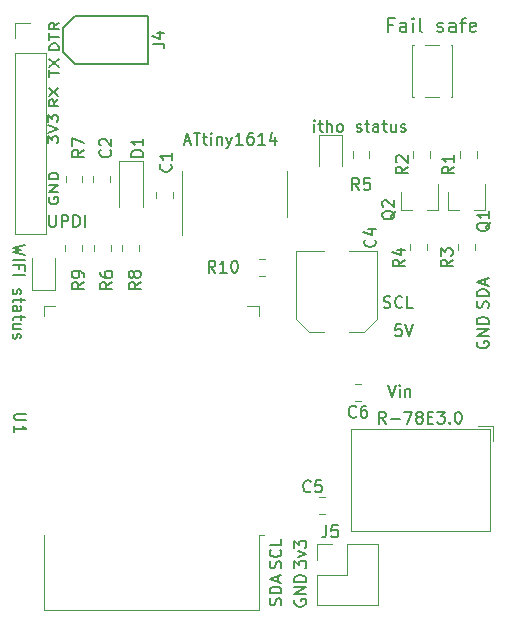
<source format=gto>
G04 #@! TF.GenerationSoftware,KiCad,Pcbnew,(5.1.9-0-10_14)*
G04 #@! TF.CreationDate,2021-04-14T10:29:31+02:00*
G04 #@! TF.ProjectId,ithowifi_4l,6974686f-7769-4666-995f-346c2e6b6963,rev?*
G04 #@! TF.SameCoordinates,Original*
G04 #@! TF.FileFunction,Legend,Top*
G04 #@! TF.FilePolarity,Positive*
%FSLAX46Y46*%
G04 Gerber Fmt 4.6, Leading zero omitted, Abs format (unit mm)*
G04 Created by KiCad (PCBNEW (5.1.9-0-10_14)) date 2021-04-14 10:29:31*
%MOMM*%
%LPD*%
G01*
G04 APERTURE LIST*
%ADD10C,0.150000*%
%ADD11C,0.120000*%
G04 APERTURE END LIST*
D10*
X117141523Y-132020380D02*
X116665333Y-132020380D01*
X116617714Y-132496571D01*
X116665333Y-132448952D01*
X116760571Y-132401333D01*
X116998666Y-132401333D01*
X117093904Y-132448952D01*
X117141523Y-132496571D01*
X117189142Y-132591809D01*
X117189142Y-132829904D01*
X117141523Y-132925142D01*
X117093904Y-132972761D01*
X116998666Y-133020380D01*
X116760571Y-133020380D01*
X116665333Y-132972761D01*
X116617714Y-132925142D01*
X117474857Y-132020380D02*
X117808190Y-133020380D01*
X118141523Y-132020380D01*
X108084380Y-152658476D02*
X108084380Y-152039428D01*
X108465333Y-152372761D01*
X108465333Y-152229904D01*
X108512952Y-152134666D01*
X108560571Y-152087047D01*
X108655809Y-152039428D01*
X108893904Y-152039428D01*
X108989142Y-152087047D01*
X109036761Y-152134666D01*
X109084380Y-152229904D01*
X109084380Y-152515619D01*
X109036761Y-152610857D01*
X108989142Y-152658476D01*
X108417714Y-151706095D02*
X109084380Y-151468000D01*
X108417714Y-151229904D01*
X108084380Y-150944190D02*
X108084380Y-150325142D01*
X108465333Y-150658476D01*
X108465333Y-150515619D01*
X108512952Y-150420380D01*
X108560571Y-150372761D01*
X108655809Y-150325142D01*
X108893904Y-150325142D01*
X108989142Y-150372761D01*
X109036761Y-150420380D01*
X109084380Y-150515619D01*
X109084380Y-150801333D01*
X109036761Y-150896571D01*
X108989142Y-150944190D01*
X108132000Y-155329904D02*
X108084380Y-155425142D01*
X108084380Y-155568000D01*
X108132000Y-155710857D01*
X108227238Y-155806095D01*
X108322476Y-155853714D01*
X108512952Y-155901333D01*
X108655809Y-155901333D01*
X108846285Y-155853714D01*
X108941523Y-155806095D01*
X109036761Y-155710857D01*
X109084380Y-155568000D01*
X109084380Y-155472761D01*
X109036761Y-155329904D01*
X108989142Y-155282285D01*
X108655809Y-155282285D01*
X108655809Y-155472761D01*
X109084380Y-154853714D02*
X108084380Y-154853714D01*
X109084380Y-154282285D01*
X108084380Y-154282285D01*
X109084380Y-153806095D02*
X108084380Y-153806095D01*
X108084380Y-153568000D01*
X108132000Y-153425142D01*
X108227238Y-153329904D01*
X108322476Y-153282285D01*
X108512952Y-153234666D01*
X108655809Y-153234666D01*
X108846285Y-153282285D01*
X108941523Y-153329904D01*
X109036761Y-153425142D01*
X109084380Y-153568000D01*
X109084380Y-153806095D01*
X106936761Y-155782285D02*
X106984380Y-155639428D01*
X106984380Y-155401333D01*
X106936761Y-155306095D01*
X106889142Y-155258476D01*
X106793904Y-155210857D01*
X106698666Y-155210857D01*
X106603428Y-155258476D01*
X106555809Y-155306095D01*
X106508190Y-155401333D01*
X106460571Y-155591809D01*
X106412952Y-155687047D01*
X106365333Y-155734666D01*
X106270095Y-155782285D01*
X106174857Y-155782285D01*
X106079619Y-155734666D01*
X106032000Y-155687047D01*
X105984380Y-155591809D01*
X105984380Y-155353714D01*
X106032000Y-155210857D01*
X106984380Y-154782285D02*
X105984380Y-154782285D01*
X105984380Y-154544190D01*
X106032000Y-154401333D01*
X106127238Y-154306095D01*
X106222476Y-154258476D01*
X106412952Y-154210857D01*
X106555809Y-154210857D01*
X106746285Y-154258476D01*
X106841523Y-154306095D01*
X106936761Y-154401333D01*
X106984380Y-154544190D01*
X106984380Y-154782285D01*
X106698666Y-153829904D02*
X106698666Y-153353714D01*
X106984380Y-153925142D02*
X105984380Y-153591809D01*
X106984380Y-153258476D01*
X106936761Y-152658476D02*
X106984380Y-152515619D01*
X106984380Y-152277523D01*
X106936761Y-152182285D01*
X106889142Y-152134666D01*
X106793904Y-152087047D01*
X106698666Y-152087047D01*
X106603428Y-152134666D01*
X106555809Y-152182285D01*
X106508190Y-152277523D01*
X106460571Y-152468000D01*
X106412952Y-152563238D01*
X106365333Y-152610857D01*
X106270095Y-152658476D01*
X106174857Y-152658476D01*
X106079619Y-152610857D01*
X106032000Y-152563238D01*
X105984380Y-152468000D01*
X105984380Y-152229904D01*
X106032000Y-152087047D01*
X106889142Y-151087047D02*
X106936761Y-151134666D01*
X106984380Y-151277523D01*
X106984380Y-151372761D01*
X106936761Y-151515619D01*
X106841523Y-151610857D01*
X106746285Y-151658476D01*
X106555809Y-151706095D01*
X106412952Y-151706095D01*
X106222476Y-151658476D01*
X106127238Y-151610857D01*
X106032000Y-151515619D01*
X105984380Y-151372761D01*
X105984380Y-151277523D01*
X106032000Y-151134666D01*
X106079619Y-151087047D01*
X106984380Y-150182285D02*
X106984380Y-150658476D01*
X105984380Y-150658476D01*
X87331600Y-121259504D02*
X87293504Y-121354742D01*
X87293504Y-121497600D01*
X87331600Y-121640457D01*
X87407790Y-121735695D01*
X87483980Y-121783314D01*
X87636361Y-121830933D01*
X87750647Y-121830933D01*
X87903028Y-121783314D01*
X87979219Y-121735695D01*
X88055409Y-121640457D01*
X88093504Y-121497600D01*
X88093504Y-121402361D01*
X88055409Y-121259504D01*
X88017314Y-121211885D01*
X87750647Y-121211885D01*
X87750647Y-121402361D01*
X88093504Y-120783314D02*
X87293504Y-120783314D01*
X88093504Y-120211885D01*
X87293504Y-120211885D01*
X88093504Y-119735695D02*
X87293504Y-119735695D01*
X87293504Y-119497600D01*
X87331600Y-119354742D01*
X87407790Y-119259504D01*
X87483980Y-119211885D01*
X87636361Y-119164266D01*
X87750647Y-119164266D01*
X87903028Y-119211885D01*
X87979219Y-119259504D01*
X88055409Y-119354742D01*
X88093504Y-119497600D01*
X88093504Y-119735695D01*
X87268104Y-116681095D02*
X87268104Y-116062047D01*
X87572866Y-116395380D01*
X87572866Y-116252523D01*
X87610961Y-116157285D01*
X87649057Y-116109666D01*
X87725247Y-116062047D01*
X87915723Y-116062047D01*
X87991914Y-116109666D01*
X88030009Y-116157285D01*
X88068104Y-116252523D01*
X88068104Y-116538238D01*
X88030009Y-116633476D01*
X87991914Y-116681095D01*
X87268104Y-115776333D02*
X88068104Y-115443000D01*
X87268104Y-115109666D01*
X87268104Y-114871571D02*
X87268104Y-114252523D01*
X87572866Y-114585857D01*
X87572866Y-114443000D01*
X87610961Y-114347761D01*
X87649057Y-114300142D01*
X87725247Y-114252523D01*
X87915723Y-114252523D01*
X87991914Y-114300142D01*
X88030009Y-114347761D01*
X88068104Y-114443000D01*
X88068104Y-114728714D01*
X88030009Y-114823952D01*
X87991914Y-114871571D01*
X87325390Y-122769380D02*
X87325390Y-123578904D01*
X87373009Y-123674142D01*
X87420628Y-123721761D01*
X87515866Y-123769380D01*
X87706342Y-123769380D01*
X87801580Y-123721761D01*
X87849200Y-123674142D01*
X87896819Y-123578904D01*
X87896819Y-122769380D01*
X88373009Y-123769380D02*
X88373009Y-122769380D01*
X88753961Y-122769380D01*
X88849200Y-122817000D01*
X88896819Y-122864619D01*
X88944438Y-122959857D01*
X88944438Y-123102714D01*
X88896819Y-123197952D01*
X88849200Y-123245571D01*
X88753961Y-123293190D01*
X88373009Y-123293190D01*
X89373009Y-123769380D02*
X89373009Y-122769380D01*
X89611104Y-122769380D01*
X89753961Y-122817000D01*
X89849200Y-122912238D01*
X89896819Y-123007476D01*
X89944438Y-123197952D01*
X89944438Y-123340809D01*
X89896819Y-123531285D01*
X89849200Y-123626523D01*
X89753961Y-123721761D01*
X89611104Y-123769380D01*
X89373009Y-123769380D01*
X90373009Y-123769380D02*
X90373009Y-122769380D01*
X88093504Y-112968066D02*
X87712552Y-113301400D01*
X88093504Y-113539495D02*
X87293504Y-113539495D01*
X87293504Y-113158542D01*
X87331600Y-113063304D01*
X87369695Y-113015685D01*
X87445885Y-112968066D01*
X87560171Y-112968066D01*
X87636361Y-113015685D01*
X87674457Y-113063304D01*
X87712552Y-113158542D01*
X87712552Y-113539495D01*
X87293504Y-112634733D02*
X88093504Y-111968066D01*
X87293504Y-111968066D02*
X88093504Y-112634733D01*
X87318904Y-111048704D02*
X87318904Y-110477276D01*
X88118904Y-110762990D02*
X87318904Y-110762990D01*
X87318904Y-110239180D02*
X88118904Y-109572514D01*
X87318904Y-109572514D02*
X88118904Y-110239180D01*
X88144304Y-108788057D02*
X87344304Y-108788057D01*
X87344304Y-108549961D01*
X87382400Y-108407104D01*
X87458590Y-108311866D01*
X87534780Y-108264247D01*
X87687161Y-108216628D01*
X87801447Y-108216628D01*
X87953828Y-108264247D01*
X88030019Y-108311866D01*
X88106209Y-108407104D01*
X88144304Y-108549961D01*
X88144304Y-108788057D01*
X87344304Y-107930914D02*
X87344304Y-107359485D01*
X88144304Y-107645200D02*
X87344304Y-107645200D01*
X88144304Y-106454723D02*
X87763352Y-106788057D01*
X88144304Y-107026152D02*
X87344304Y-107026152D01*
X87344304Y-106645200D01*
X87382400Y-106549961D01*
X87420495Y-106502342D01*
X87496685Y-106454723D01*
X87610971Y-106454723D01*
X87687161Y-106502342D01*
X87725257Y-106549961D01*
X87763352Y-106645200D01*
X87763352Y-107026152D01*
X116008190Y-137120380D02*
X116341523Y-138120380D01*
X116674857Y-137120380D01*
X117008190Y-138120380D02*
X117008190Y-137453714D01*
X117008190Y-137120380D02*
X116960571Y-137168000D01*
X117008190Y-137215619D01*
X117055809Y-137168000D01*
X117008190Y-137120380D01*
X117008190Y-137215619D01*
X117484380Y-137453714D02*
X117484380Y-138120380D01*
X117484380Y-137548952D02*
X117532000Y-137501333D01*
X117627238Y-137453714D01*
X117770095Y-137453714D01*
X117865333Y-137501333D01*
X117912952Y-137596571D01*
X117912952Y-138120380D01*
X123579000Y-133476904D02*
X123531380Y-133572142D01*
X123531380Y-133715000D01*
X123579000Y-133857857D01*
X123674238Y-133953095D01*
X123769476Y-134000714D01*
X123959952Y-134048333D01*
X124102809Y-134048333D01*
X124293285Y-134000714D01*
X124388523Y-133953095D01*
X124483761Y-133857857D01*
X124531380Y-133715000D01*
X124531380Y-133619761D01*
X124483761Y-133476904D01*
X124436142Y-133429285D01*
X124102809Y-133429285D01*
X124102809Y-133619761D01*
X124531380Y-133000714D02*
X123531380Y-133000714D01*
X124531380Y-132429285D01*
X123531380Y-132429285D01*
X124531380Y-131953095D02*
X123531380Y-131953095D01*
X123531380Y-131715000D01*
X123579000Y-131572142D01*
X123674238Y-131476904D01*
X123769476Y-131429285D01*
X123959952Y-131381666D01*
X124102809Y-131381666D01*
X124293285Y-131429285D01*
X124388523Y-131476904D01*
X124483761Y-131572142D01*
X124531380Y-131715000D01*
X124531380Y-131953095D01*
X115649523Y-130579761D02*
X115792380Y-130627380D01*
X116030476Y-130627380D01*
X116125714Y-130579761D01*
X116173333Y-130532142D01*
X116220952Y-130436904D01*
X116220952Y-130341666D01*
X116173333Y-130246428D01*
X116125714Y-130198809D01*
X116030476Y-130151190D01*
X115840000Y-130103571D01*
X115744761Y-130055952D01*
X115697142Y-130008333D01*
X115649523Y-129913095D01*
X115649523Y-129817857D01*
X115697142Y-129722619D01*
X115744761Y-129675000D01*
X115840000Y-129627380D01*
X116078095Y-129627380D01*
X116220952Y-129675000D01*
X117220952Y-130532142D02*
X117173333Y-130579761D01*
X117030476Y-130627380D01*
X116935238Y-130627380D01*
X116792380Y-130579761D01*
X116697142Y-130484523D01*
X116649523Y-130389285D01*
X116601904Y-130198809D01*
X116601904Y-130055952D01*
X116649523Y-129865476D01*
X116697142Y-129770238D01*
X116792380Y-129675000D01*
X116935238Y-129627380D01*
X117030476Y-129627380D01*
X117173333Y-129675000D01*
X117220952Y-129722619D01*
X118125714Y-130627380D02*
X117649523Y-130627380D01*
X117649523Y-129627380D01*
X124483761Y-130627285D02*
X124531380Y-130484428D01*
X124531380Y-130246333D01*
X124483761Y-130151095D01*
X124436142Y-130103476D01*
X124340904Y-130055857D01*
X124245666Y-130055857D01*
X124150428Y-130103476D01*
X124102809Y-130151095D01*
X124055190Y-130246333D01*
X124007571Y-130436809D01*
X123959952Y-130532047D01*
X123912333Y-130579666D01*
X123817095Y-130627285D01*
X123721857Y-130627285D01*
X123626619Y-130579666D01*
X123579000Y-130532047D01*
X123531380Y-130436809D01*
X123531380Y-130198714D01*
X123579000Y-130055857D01*
X124531380Y-129627285D02*
X123531380Y-129627285D01*
X123531380Y-129389190D01*
X123579000Y-129246333D01*
X123674238Y-129151095D01*
X123769476Y-129103476D01*
X123959952Y-129055857D01*
X124102809Y-129055857D01*
X124293285Y-129103476D01*
X124388523Y-129151095D01*
X124483761Y-129246333D01*
X124531380Y-129389190D01*
X124531380Y-129627285D01*
X124245666Y-128674904D02*
X124245666Y-128198714D01*
X124531380Y-128770142D02*
X123531380Y-128436809D01*
X124531380Y-128103476D01*
D11*
X113743252Y-138503000D02*
X113220748Y-138503000D01*
X113743252Y-137033000D02*
X113220748Y-137033000D01*
X118177000Y-108343000D02*
X118057000Y-108343000D01*
X120327000Y-108343000D02*
X119187000Y-108343000D01*
X121457000Y-108343000D02*
X121337000Y-108343000D01*
X121457000Y-112743000D02*
X121457000Y-108343000D01*
X121337000Y-112743000D02*
X121457000Y-112743000D01*
X119187000Y-112743000D02*
X120327000Y-112743000D01*
X118057000Y-112743000D02*
X118177000Y-112743000D01*
X118057000Y-108343000D02*
X118057000Y-112743000D01*
X115042000Y-125820500D02*
X112692000Y-125820500D01*
X108222000Y-125820500D02*
X110572000Y-125820500D01*
X108222000Y-131576063D02*
X108222000Y-125820500D01*
X115042000Y-131576063D02*
X115042000Y-125820500D01*
X113977563Y-132640500D02*
X112692000Y-132640500D01*
X109286437Y-132640500D02*
X110572000Y-132640500D01*
X109286437Y-132640500D02*
X108222000Y-131576063D01*
X113977563Y-132640500D02*
X115042000Y-131576063D01*
X109962000Y-155798000D02*
X115162000Y-155798000D01*
X109962000Y-153198000D02*
X109962000Y-155798000D01*
X115162000Y-150598000D02*
X115162000Y-155798000D01*
X109962000Y-153198000D02*
X112562000Y-153198000D01*
X112562000Y-153198000D02*
X112562000Y-150598000D01*
X112562000Y-150598000D02*
X115162000Y-150598000D01*
X109962000Y-151928000D02*
X109962000Y-150598000D01*
X109962000Y-150598000D02*
X111292000Y-150598000D01*
X98597600Y-120966000D02*
X98597600Y-124416000D01*
X98597600Y-120966000D02*
X98597600Y-119016000D01*
X107467600Y-120966000D02*
X107467600Y-122916000D01*
X107467600Y-120966000D02*
X107467600Y-119016000D01*
D10*
X89496000Y-109933400D02*
X95719000Y-109933400D01*
X88480000Y-108917400D02*
X89496000Y-109933400D01*
X88480000Y-106885400D02*
X88480000Y-108917400D01*
X89496000Y-105869400D02*
X88480000Y-106885400D01*
X95719000Y-105869400D02*
X89496000Y-105869400D01*
X95719000Y-109933400D02*
X95719000Y-105869400D01*
D11*
X105097600Y-131260400D02*
X105097600Y-130480400D01*
X105097600Y-130480400D02*
X104097600Y-130480400D01*
X86857600Y-131260400D02*
X86857600Y-130480400D01*
X86857600Y-130480400D02*
X87857600Y-130480400D01*
X105097600Y-156225400D02*
X86857600Y-156225400D01*
X86857600Y-156225400D02*
X86857600Y-149805400D01*
X105097600Y-156225400D02*
X105097600Y-149805400D01*
X105097600Y-149805400D02*
X105477600Y-149805400D01*
X105110922Y-126458000D02*
X105628078Y-126458000D01*
X105110922Y-127878000D02*
X105628078Y-127878000D01*
X85908000Y-126404100D02*
X85908000Y-129089100D01*
X85908000Y-129089100D02*
X87828000Y-129089100D01*
X87828000Y-129089100D02*
X87828000Y-126404100D01*
X90118000Y-125265922D02*
X90118000Y-125783078D01*
X88698000Y-125265922D02*
X88698000Y-125783078D01*
X93524000Y-125783078D02*
X93524000Y-125265922D01*
X94944000Y-125783078D02*
X94944000Y-125265922D01*
X88722000Y-119989078D02*
X88722000Y-119471922D01*
X90142000Y-119989078D02*
X90142000Y-119471922D01*
X84395000Y-124367600D02*
X87055000Y-124367600D01*
X84395000Y-109067600D02*
X84395000Y-124367600D01*
X87055000Y-109067600D02*
X87055000Y-124367600D01*
X84395000Y-109067600D02*
X87055000Y-109067600D01*
X84395000Y-107797600D02*
X84395000Y-106467600D01*
X84395000Y-106467600D02*
X85725000Y-106467600D01*
X95232000Y-118168000D02*
X93232000Y-118168000D01*
X93232000Y-118168000D02*
X93232000Y-122068000D01*
X95232000Y-118168000D02*
X95232000Y-122068000D01*
X110178322Y-146660800D02*
X110695478Y-146660800D01*
X110178322Y-148080800D02*
X110695478Y-148080800D01*
X91022000Y-119964078D02*
X91022000Y-119446922D01*
X92442000Y-119964078D02*
X92442000Y-119446922D01*
X112092000Y-118630500D02*
X112092000Y-115945500D01*
X112092000Y-115945500D02*
X110172000Y-115945500D01*
X110172000Y-115945500D02*
X110172000Y-118630500D01*
X92531000Y-125783078D02*
X92531000Y-125265922D01*
X91111000Y-125783078D02*
X91111000Y-125265922D01*
X114442000Y-117371922D02*
X114442000Y-117889078D01*
X113022000Y-117371922D02*
X113022000Y-117889078D01*
X119328000Y-125202422D02*
X119328000Y-125719578D01*
X117908000Y-125202422D02*
X117908000Y-125719578D01*
X123392000Y-125202422D02*
X123392000Y-125719578D01*
X121972000Y-125202422D02*
X121972000Y-125719578D01*
X119582000Y-117365822D02*
X119582000Y-117882978D01*
X118162000Y-117365822D02*
X118162000Y-117882978D01*
X122149800Y-117882978D02*
X122149800Y-117365822D01*
X123569800Y-117882978D02*
X123569800Y-117365822D01*
X97824400Y-121312678D02*
X97824400Y-120795522D01*
X96404400Y-121312678D02*
X96404400Y-120795522D01*
X117078600Y-122299000D02*
X118008600Y-122299000D01*
X120238600Y-122299000D02*
X119308600Y-122299000D01*
X120238600Y-122299000D02*
X120238600Y-120139000D01*
X117078600Y-122299000D02*
X117078600Y-120839000D01*
X121076600Y-122299000D02*
X122006600Y-122299000D01*
X124236600Y-122299000D02*
X123306600Y-122299000D01*
X124236600Y-122299000D02*
X124236600Y-120139000D01*
X121076600Y-122299000D02*
X121076600Y-120839000D01*
X124630600Y-149511200D02*
X112909600Y-149511200D01*
X124630600Y-140891200D02*
X112909600Y-140891200D01*
X124630600Y-149511200D02*
X124630600Y-140891200D01*
X112909600Y-149511200D02*
X112909600Y-140891200D01*
X124870600Y-141891200D02*
X124870600Y-140651200D01*
X124870600Y-140651200D02*
X123630600Y-140651200D01*
D10*
X113315333Y-139805142D02*
X113267714Y-139852761D01*
X113124857Y-139900380D01*
X113029619Y-139900380D01*
X112886761Y-139852761D01*
X112791523Y-139757523D01*
X112743904Y-139662285D01*
X112696285Y-139471809D01*
X112696285Y-139328952D01*
X112743904Y-139138476D01*
X112791523Y-139043238D01*
X112886761Y-138948000D01*
X113029619Y-138900380D01*
X113124857Y-138900380D01*
X113267714Y-138948000D01*
X113315333Y-138995619D01*
X114172476Y-138900380D02*
X113982000Y-138900380D01*
X113886761Y-138948000D01*
X113839142Y-138995619D01*
X113743904Y-139138476D01*
X113696285Y-139328952D01*
X113696285Y-139709904D01*
X113743904Y-139805142D01*
X113791523Y-139852761D01*
X113886761Y-139900380D01*
X114077238Y-139900380D01*
X114172476Y-139852761D01*
X114220095Y-139805142D01*
X114267714Y-139709904D01*
X114267714Y-139471809D01*
X114220095Y-139376571D01*
X114172476Y-139328952D01*
X114077238Y-139281333D01*
X113886761Y-139281333D01*
X113791523Y-139328952D01*
X113743904Y-139376571D01*
X113696285Y-139471809D01*
X116417714Y-106632285D02*
X116017714Y-106632285D01*
X116017714Y-107260857D02*
X116017714Y-106060857D01*
X116589142Y-106060857D01*
X117560571Y-107260857D02*
X117560571Y-106632285D01*
X117503428Y-106518000D01*
X117389142Y-106460857D01*
X117160571Y-106460857D01*
X117046285Y-106518000D01*
X117560571Y-107203714D02*
X117446285Y-107260857D01*
X117160571Y-107260857D01*
X117046285Y-107203714D01*
X116989142Y-107089428D01*
X116989142Y-106975142D01*
X117046285Y-106860857D01*
X117160571Y-106803714D01*
X117446285Y-106803714D01*
X117560571Y-106746571D01*
X118132000Y-107260857D02*
X118132000Y-106460857D01*
X118132000Y-106060857D02*
X118074857Y-106118000D01*
X118132000Y-106175142D01*
X118189142Y-106118000D01*
X118132000Y-106060857D01*
X118132000Y-106175142D01*
X118874857Y-107260857D02*
X118760571Y-107203714D01*
X118703428Y-107089428D01*
X118703428Y-106060857D01*
X120189142Y-107203714D02*
X120303428Y-107260857D01*
X120532000Y-107260857D01*
X120646285Y-107203714D01*
X120703428Y-107089428D01*
X120703428Y-107032285D01*
X120646285Y-106918000D01*
X120532000Y-106860857D01*
X120360571Y-106860857D01*
X120246285Y-106803714D01*
X120189142Y-106689428D01*
X120189142Y-106632285D01*
X120246285Y-106518000D01*
X120360571Y-106460857D01*
X120532000Y-106460857D01*
X120646285Y-106518000D01*
X121732000Y-107260857D02*
X121732000Y-106632285D01*
X121674857Y-106518000D01*
X121560571Y-106460857D01*
X121332000Y-106460857D01*
X121217714Y-106518000D01*
X121732000Y-107203714D02*
X121617714Y-107260857D01*
X121332000Y-107260857D01*
X121217714Y-107203714D01*
X121160571Y-107089428D01*
X121160571Y-106975142D01*
X121217714Y-106860857D01*
X121332000Y-106803714D01*
X121617714Y-106803714D01*
X121732000Y-106746571D01*
X122132000Y-106460857D02*
X122589142Y-106460857D01*
X122303428Y-107260857D02*
X122303428Y-106232285D01*
X122360571Y-106118000D01*
X122474857Y-106060857D01*
X122589142Y-106060857D01*
X123446285Y-107203714D02*
X123332000Y-107260857D01*
X123103428Y-107260857D01*
X122989142Y-107203714D01*
X122932000Y-107089428D01*
X122932000Y-106632285D01*
X122989142Y-106518000D01*
X123103428Y-106460857D01*
X123332000Y-106460857D01*
X123446285Y-106518000D01*
X123503428Y-106632285D01*
X123503428Y-106746571D01*
X122932000Y-106860857D01*
X114889142Y-124834666D02*
X114936761Y-124882285D01*
X114984380Y-125025142D01*
X114984380Y-125120380D01*
X114936761Y-125263238D01*
X114841523Y-125358476D01*
X114746285Y-125406095D01*
X114555809Y-125453714D01*
X114412952Y-125453714D01*
X114222476Y-125406095D01*
X114127238Y-125358476D01*
X114032000Y-125263238D01*
X113984380Y-125120380D01*
X113984380Y-125025142D01*
X114032000Y-124882285D01*
X114079619Y-124834666D01*
X114317714Y-123977523D02*
X114984380Y-123977523D01*
X113936761Y-124215619D02*
X114651047Y-124453714D01*
X114651047Y-123834666D01*
X110798666Y-149020380D02*
X110798666Y-149734666D01*
X110751047Y-149877523D01*
X110655809Y-149972761D01*
X110512952Y-150020380D01*
X110417714Y-150020380D01*
X111751047Y-149020380D02*
X111274857Y-149020380D01*
X111227238Y-149496571D01*
X111274857Y-149448952D01*
X111370095Y-149401333D01*
X111608190Y-149401333D01*
X111703428Y-149448952D01*
X111751047Y-149496571D01*
X111798666Y-149591809D01*
X111798666Y-149829904D01*
X111751047Y-149925142D01*
X111703428Y-149972761D01*
X111608190Y-150020380D01*
X111370095Y-150020380D01*
X111274857Y-149972761D01*
X111227238Y-149925142D01*
X98796047Y-116498666D02*
X99272238Y-116498666D01*
X98700809Y-116784380D02*
X99034142Y-115784380D01*
X99367476Y-116784380D01*
X99557952Y-115784380D02*
X100129380Y-115784380D01*
X99843666Y-116784380D02*
X99843666Y-115784380D01*
X100319857Y-116117714D02*
X100700809Y-116117714D01*
X100462714Y-115784380D02*
X100462714Y-116641523D01*
X100510333Y-116736761D01*
X100605571Y-116784380D01*
X100700809Y-116784380D01*
X101034142Y-116784380D02*
X101034142Y-116117714D01*
X101034142Y-115784380D02*
X100986523Y-115832000D01*
X101034142Y-115879619D01*
X101081761Y-115832000D01*
X101034142Y-115784380D01*
X101034142Y-115879619D01*
X101510333Y-116117714D02*
X101510333Y-116784380D01*
X101510333Y-116212952D02*
X101557952Y-116165333D01*
X101653190Y-116117714D01*
X101796047Y-116117714D01*
X101891285Y-116165333D01*
X101938904Y-116260571D01*
X101938904Y-116784380D01*
X102319857Y-116117714D02*
X102557952Y-116784380D01*
X102796047Y-116117714D02*
X102557952Y-116784380D01*
X102462714Y-117022476D01*
X102415095Y-117070095D01*
X102319857Y-117117714D01*
X103700809Y-116784380D02*
X103129380Y-116784380D01*
X103415095Y-116784380D02*
X103415095Y-115784380D01*
X103319857Y-115927238D01*
X103224619Y-116022476D01*
X103129380Y-116070095D01*
X104557952Y-115784380D02*
X104367476Y-115784380D01*
X104272238Y-115832000D01*
X104224619Y-115879619D01*
X104129380Y-116022476D01*
X104081761Y-116212952D01*
X104081761Y-116593904D01*
X104129380Y-116689142D01*
X104177000Y-116736761D01*
X104272238Y-116784380D01*
X104462714Y-116784380D01*
X104557952Y-116736761D01*
X104605571Y-116689142D01*
X104653190Y-116593904D01*
X104653190Y-116355809D01*
X104605571Y-116260571D01*
X104557952Y-116212952D01*
X104462714Y-116165333D01*
X104272238Y-116165333D01*
X104177000Y-116212952D01*
X104129380Y-116260571D01*
X104081761Y-116355809D01*
X105605571Y-116784380D02*
X105034142Y-116784380D01*
X105319857Y-116784380D02*
X105319857Y-115784380D01*
X105224619Y-115927238D01*
X105129380Y-116022476D01*
X105034142Y-116070095D01*
X106462714Y-116117714D02*
X106462714Y-116784380D01*
X106224619Y-115736761D02*
X105986523Y-116451047D01*
X106605571Y-116451047D01*
X96084380Y-108247433D02*
X96798666Y-108247433D01*
X96941523Y-108295052D01*
X97036761Y-108390290D01*
X97084380Y-108533147D01*
X97084380Y-108628385D01*
X96417714Y-107342671D02*
X97084380Y-107342671D01*
X96036761Y-107580766D02*
X96751047Y-107818861D01*
X96751047Y-107199814D01*
X85383619Y-139573095D02*
X84574095Y-139573095D01*
X84478857Y-139620714D01*
X84431238Y-139668333D01*
X84383619Y-139763571D01*
X84383619Y-139954047D01*
X84431238Y-140049285D01*
X84478857Y-140096904D01*
X84574095Y-140144523D01*
X85383619Y-140144523D01*
X84383619Y-141144523D02*
X84383619Y-140573095D01*
X84383619Y-140858809D02*
X85383619Y-140858809D01*
X85240761Y-140763571D01*
X85145523Y-140668333D01*
X85097904Y-140573095D01*
X101389142Y-127620380D02*
X101055809Y-127144190D01*
X100817714Y-127620380D02*
X100817714Y-126620380D01*
X101198666Y-126620380D01*
X101293904Y-126668000D01*
X101341523Y-126715619D01*
X101389142Y-126810857D01*
X101389142Y-126953714D01*
X101341523Y-127048952D01*
X101293904Y-127096571D01*
X101198666Y-127144190D01*
X100817714Y-127144190D01*
X102341523Y-127620380D02*
X101770095Y-127620380D01*
X102055809Y-127620380D02*
X102055809Y-126620380D01*
X101960571Y-126763238D01*
X101865333Y-126858476D01*
X101770095Y-126906095D01*
X102960571Y-126620380D02*
X103055809Y-126620380D01*
X103151047Y-126668000D01*
X103198666Y-126715619D01*
X103246285Y-126810857D01*
X103293904Y-127001333D01*
X103293904Y-127239428D01*
X103246285Y-127429904D01*
X103198666Y-127525142D01*
X103151047Y-127572761D01*
X103055809Y-127620380D01*
X102960571Y-127620380D01*
X102865333Y-127572761D01*
X102817714Y-127525142D01*
X102770095Y-127429904D01*
X102722476Y-127239428D01*
X102722476Y-127001333D01*
X102770095Y-126810857D01*
X102817714Y-126715619D01*
X102865333Y-126668000D01*
X102960571Y-126620380D01*
X85256619Y-125286000D02*
X84256619Y-125524095D01*
X84970904Y-125714571D01*
X84256619Y-125905047D01*
X85256619Y-126143142D01*
X84256619Y-126524095D02*
X85256619Y-126524095D01*
X84780428Y-127333619D02*
X84780428Y-127000285D01*
X84256619Y-127000285D02*
X85256619Y-127000285D01*
X85256619Y-127476476D01*
X84256619Y-127857428D02*
X85256619Y-127857428D01*
X84304238Y-129047904D02*
X84256619Y-129143142D01*
X84256619Y-129333619D01*
X84304238Y-129428857D01*
X84399476Y-129476476D01*
X84447095Y-129476476D01*
X84542333Y-129428857D01*
X84589952Y-129333619D01*
X84589952Y-129190761D01*
X84637571Y-129095523D01*
X84732809Y-129047904D01*
X84780428Y-129047904D01*
X84875666Y-129095523D01*
X84923285Y-129190761D01*
X84923285Y-129333619D01*
X84875666Y-129428857D01*
X84923285Y-129762190D02*
X84923285Y-130143142D01*
X85256619Y-129905047D02*
X84399476Y-129905047D01*
X84304238Y-129952666D01*
X84256619Y-130047904D01*
X84256619Y-130143142D01*
X84256619Y-130905047D02*
X84780428Y-130905047D01*
X84875666Y-130857428D01*
X84923285Y-130762190D01*
X84923285Y-130571714D01*
X84875666Y-130476476D01*
X84304238Y-130905047D02*
X84256619Y-130809809D01*
X84256619Y-130571714D01*
X84304238Y-130476476D01*
X84399476Y-130428857D01*
X84494714Y-130428857D01*
X84589952Y-130476476D01*
X84637571Y-130571714D01*
X84637571Y-130809809D01*
X84685190Y-130905047D01*
X84923285Y-131238380D02*
X84923285Y-131619333D01*
X85256619Y-131381238D02*
X84399476Y-131381238D01*
X84304238Y-131428857D01*
X84256619Y-131524095D01*
X84256619Y-131619333D01*
X84923285Y-132381238D02*
X84256619Y-132381238D01*
X84923285Y-131952666D02*
X84399476Y-131952666D01*
X84304238Y-132000285D01*
X84256619Y-132095523D01*
X84256619Y-132238380D01*
X84304238Y-132333619D01*
X84351857Y-132381238D01*
X84304238Y-132809809D02*
X84256619Y-132905047D01*
X84256619Y-133095523D01*
X84304238Y-133190761D01*
X84399476Y-133238380D01*
X84447095Y-133238380D01*
X84542333Y-133190761D01*
X84589952Y-133095523D01*
X84589952Y-132952666D01*
X84637571Y-132857428D01*
X84732809Y-132809809D01*
X84780428Y-132809809D01*
X84875666Y-132857428D01*
X84923285Y-132952666D01*
X84923285Y-133095523D01*
X84875666Y-133190761D01*
X90241380Y-128436666D02*
X89765190Y-128770000D01*
X90241380Y-129008095D02*
X89241380Y-129008095D01*
X89241380Y-128627142D01*
X89289000Y-128531904D01*
X89336619Y-128484285D01*
X89431857Y-128436666D01*
X89574714Y-128436666D01*
X89669952Y-128484285D01*
X89717571Y-128531904D01*
X89765190Y-128627142D01*
X89765190Y-129008095D01*
X90241380Y-127960476D02*
X90241380Y-127770000D01*
X90193761Y-127674761D01*
X90146142Y-127627142D01*
X90003285Y-127531904D01*
X89812809Y-127484285D01*
X89431857Y-127484285D01*
X89336619Y-127531904D01*
X89289000Y-127579523D01*
X89241380Y-127674761D01*
X89241380Y-127865238D01*
X89289000Y-127960476D01*
X89336619Y-128008095D01*
X89431857Y-128055714D01*
X89669952Y-128055714D01*
X89765190Y-128008095D01*
X89812809Y-127960476D01*
X89860428Y-127865238D01*
X89860428Y-127674761D01*
X89812809Y-127579523D01*
X89765190Y-127531904D01*
X89669952Y-127484285D01*
X95067380Y-128436666D02*
X94591190Y-128770000D01*
X95067380Y-129008095D02*
X94067380Y-129008095D01*
X94067380Y-128627142D01*
X94115000Y-128531904D01*
X94162619Y-128484285D01*
X94257857Y-128436666D01*
X94400714Y-128436666D01*
X94495952Y-128484285D01*
X94543571Y-128531904D01*
X94591190Y-128627142D01*
X94591190Y-129008095D01*
X94495952Y-127865238D02*
X94448333Y-127960476D01*
X94400714Y-128008095D01*
X94305476Y-128055714D01*
X94257857Y-128055714D01*
X94162619Y-128008095D01*
X94115000Y-127960476D01*
X94067380Y-127865238D01*
X94067380Y-127674761D01*
X94115000Y-127579523D01*
X94162619Y-127531904D01*
X94257857Y-127484285D01*
X94305476Y-127484285D01*
X94400714Y-127531904D01*
X94448333Y-127579523D01*
X94495952Y-127674761D01*
X94495952Y-127865238D01*
X94543571Y-127960476D01*
X94591190Y-128008095D01*
X94686428Y-128055714D01*
X94876904Y-128055714D01*
X94972142Y-128008095D01*
X95019761Y-127960476D01*
X95067380Y-127865238D01*
X95067380Y-127674761D01*
X95019761Y-127579523D01*
X94972142Y-127531904D01*
X94876904Y-127484285D01*
X94686428Y-127484285D01*
X94591190Y-127531904D01*
X94543571Y-127579523D01*
X94495952Y-127674761D01*
X90284380Y-117234666D02*
X89808190Y-117568000D01*
X90284380Y-117806095D02*
X89284380Y-117806095D01*
X89284380Y-117425142D01*
X89332000Y-117329904D01*
X89379619Y-117282285D01*
X89474857Y-117234666D01*
X89617714Y-117234666D01*
X89712952Y-117282285D01*
X89760571Y-117329904D01*
X89808190Y-117425142D01*
X89808190Y-117806095D01*
X89284380Y-116901333D02*
X89284380Y-116234666D01*
X90284380Y-116663238D01*
X95284380Y-117806095D02*
X94284380Y-117806095D01*
X94284380Y-117568000D01*
X94332000Y-117425142D01*
X94427238Y-117329904D01*
X94522476Y-117282285D01*
X94712952Y-117234666D01*
X94855809Y-117234666D01*
X95046285Y-117282285D01*
X95141523Y-117329904D01*
X95236761Y-117425142D01*
X95284380Y-117568000D01*
X95284380Y-117806095D01*
X95284380Y-116282285D02*
X95284380Y-116853714D01*
X95284380Y-116568000D02*
X94284380Y-116568000D01*
X94427238Y-116663238D01*
X94522476Y-116758476D01*
X94570095Y-116853714D01*
X109465333Y-146125142D02*
X109417714Y-146172761D01*
X109274857Y-146220380D01*
X109179619Y-146220380D01*
X109036761Y-146172761D01*
X108941523Y-146077523D01*
X108893904Y-145982285D01*
X108846285Y-145791809D01*
X108846285Y-145648952D01*
X108893904Y-145458476D01*
X108941523Y-145363238D01*
X109036761Y-145268000D01*
X109179619Y-145220380D01*
X109274857Y-145220380D01*
X109417714Y-145268000D01*
X109465333Y-145315619D01*
X110370095Y-145220380D02*
X109893904Y-145220380D01*
X109846285Y-145696571D01*
X109893904Y-145648952D01*
X109989142Y-145601333D01*
X110227238Y-145601333D01*
X110322476Y-145648952D01*
X110370095Y-145696571D01*
X110417714Y-145791809D01*
X110417714Y-146029904D01*
X110370095Y-146125142D01*
X110322476Y-146172761D01*
X110227238Y-146220380D01*
X109989142Y-146220380D01*
X109893904Y-146172761D01*
X109846285Y-146125142D01*
X92489142Y-117234666D02*
X92536761Y-117282285D01*
X92584380Y-117425142D01*
X92584380Y-117520380D01*
X92536761Y-117663238D01*
X92441523Y-117758476D01*
X92346285Y-117806095D01*
X92155809Y-117853714D01*
X92012952Y-117853714D01*
X91822476Y-117806095D01*
X91727238Y-117758476D01*
X91632000Y-117663238D01*
X91584380Y-117520380D01*
X91584380Y-117425142D01*
X91632000Y-117282285D01*
X91679619Y-117234666D01*
X91679619Y-116853714D02*
X91632000Y-116806095D01*
X91584380Y-116710857D01*
X91584380Y-116472761D01*
X91632000Y-116377523D01*
X91679619Y-116329904D01*
X91774857Y-116282285D01*
X91870095Y-116282285D01*
X92012952Y-116329904D01*
X92584380Y-116901333D01*
X92584380Y-116282285D01*
X109774857Y-115720380D02*
X109774857Y-115053714D01*
X109774857Y-114720380D02*
X109727238Y-114768000D01*
X109774857Y-114815619D01*
X109822476Y-114768000D01*
X109774857Y-114720380D01*
X109774857Y-114815619D01*
X110108190Y-115053714D02*
X110489142Y-115053714D01*
X110251047Y-114720380D02*
X110251047Y-115577523D01*
X110298666Y-115672761D01*
X110393904Y-115720380D01*
X110489142Y-115720380D01*
X110822476Y-115720380D02*
X110822476Y-114720380D01*
X111251047Y-115720380D02*
X111251047Y-115196571D01*
X111203428Y-115101333D01*
X111108190Y-115053714D01*
X110965333Y-115053714D01*
X110870095Y-115101333D01*
X110822476Y-115148952D01*
X111870095Y-115720380D02*
X111774857Y-115672761D01*
X111727238Y-115625142D01*
X111679619Y-115529904D01*
X111679619Y-115244190D01*
X111727238Y-115148952D01*
X111774857Y-115101333D01*
X111870095Y-115053714D01*
X112012952Y-115053714D01*
X112108190Y-115101333D01*
X112155809Y-115148952D01*
X112203428Y-115244190D01*
X112203428Y-115529904D01*
X112155809Y-115625142D01*
X112108190Y-115672761D01*
X112012952Y-115720380D01*
X111870095Y-115720380D01*
X113346285Y-115672761D02*
X113441523Y-115720380D01*
X113632000Y-115720380D01*
X113727238Y-115672761D01*
X113774857Y-115577523D01*
X113774857Y-115529904D01*
X113727238Y-115434666D01*
X113632000Y-115387047D01*
X113489142Y-115387047D01*
X113393904Y-115339428D01*
X113346285Y-115244190D01*
X113346285Y-115196571D01*
X113393904Y-115101333D01*
X113489142Y-115053714D01*
X113632000Y-115053714D01*
X113727238Y-115101333D01*
X114060571Y-115053714D02*
X114441523Y-115053714D01*
X114203428Y-114720380D02*
X114203428Y-115577523D01*
X114251047Y-115672761D01*
X114346285Y-115720380D01*
X114441523Y-115720380D01*
X115203428Y-115720380D02*
X115203428Y-115196571D01*
X115155809Y-115101333D01*
X115060571Y-115053714D01*
X114870095Y-115053714D01*
X114774857Y-115101333D01*
X115203428Y-115672761D02*
X115108190Y-115720380D01*
X114870095Y-115720380D01*
X114774857Y-115672761D01*
X114727238Y-115577523D01*
X114727238Y-115482285D01*
X114774857Y-115387047D01*
X114870095Y-115339428D01*
X115108190Y-115339428D01*
X115203428Y-115291809D01*
X115536761Y-115053714D02*
X115917714Y-115053714D01*
X115679619Y-114720380D02*
X115679619Y-115577523D01*
X115727238Y-115672761D01*
X115822476Y-115720380D01*
X115917714Y-115720380D01*
X116679619Y-115053714D02*
X116679619Y-115720380D01*
X116251047Y-115053714D02*
X116251047Y-115577523D01*
X116298666Y-115672761D01*
X116393904Y-115720380D01*
X116536761Y-115720380D01*
X116632000Y-115672761D01*
X116679619Y-115625142D01*
X117108190Y-115672761D02*
X117203428Y-115720380D01*
X117393904Y-115720380D01*
X117489142Y-115672761D01*
X117536761Y-115577523D01*
X117536761Y-115529904D01*
X117489142Y-115434666D01*
X117393904Y-115387047D01*
X117251047Y-115387047D01*
X117155809Y-115339428D01*
X117108190Y-115244190D01*
X117108190Y-115196571D01*
X117155809Y-115101333D01*
X117251047Y-115053714D01*
X117393904Y-115053714D01*
X117489142Y-115101333D01*
X92654380Y-128436666D02*
X92178190Y-128770000D01*
X92654380Y-129008095D02*
X91654380Y-129008095D01*
X91654380Y-128627142D01*
X91702000Y-128531904D01*
X91749619Y-128484285D01*
X91844857Y-128436666D01*
X91987714Y-128436666D01*
X92082952Y-128484285D01*
X92130571Y-128531904D01*
X92178190Y-128627142D01*
X92178190Y-129008095D01*
X91654380Y-127579523D02*
X91654380Y-127770000D01*
X91702000Y-127865238D01*
X91749619Y-127912857D01*
X91892476Y-128008095D01*
X92082952Y-128055714D01*
X92463904Y-128055714D01*
X92559142Y-128008095D01*
X92606761Y-127960476D01*
X92654380Y-127865238D01*
X92654380Y-127674761D01*
X92606761Y-127579523D01*
X92559142Y-127531904D01*
X92463904Y-127484285D01*
X92225809Y-127484285D01*
X92130571Y-127531904D01*
X92082952Y-127579523D01*
X92035333Y-127674761D01*
X92035333Y-127865238D01*
X92082952Y-127960476D01*
X92130571Y-128008095D01*
X92225809Y-128055714D01*
X113565333Y-120620380D02*
X113232000Y-120144190D01*
X112993904Y-120620380D02*
X112993904Y-119620380D01*
X113374857Y-119620380D01*
X113470095Y-119668000D01*
X113517714Y-119715619D01*
X113565333Y-119810857D01*
X113565333Y-119953714D01*
X113517714Y-120048952D01*
X113470095Y-120096571D01*
X113374857Y-120144190D01*
X112993904Y-120144190D01*
X114470095Y-119620380D02*
X113993904Y-119620380D01*
X113946285Y-120096571D01*
X113993904Y-120048952D01*
X114089142Y-120001333D01*
X114327238Y-120001333D01*
X114422476Y-120048952D01*
X114470095Y-120096571D01*
X114517714Y-120191809D01*
X114517714Y-120429904D01*
X114470095Y-120525142D01*
X114422476Y-120572761D01*
X114327238Y-120620380D01*
X114089142Y-120620380D01*
X113993904Y-120572761D01*
X113946285Y-120525142D01*
X117419380Y-126531666D02*
X116943190Y-126865000D01*
X117419380Y-127103095D02*
X116419380Y-127103095D01*
X116419380Y-126722142D01*
X116467000Y-126626904D01*
X116514619Y-126579285D01*
X116609857Y-126531666D01*
X116752714Y-126531666D01*
X116847952Y-126579285D01*
X116895571Y-126626904D01*
X116943190Y-126722142D01*
X116943190Y-127103095D01*
X116752714Y-125674523D02*
X117419380Y-125674523D01*
X116371761Y-125912619D02*
X117086047Y-126150714D01*
X117086047Y-125531666D01*
X121483380Y-126531666D02*
X121007190Y-126865000D01*
X121483380Y-127103095D02*
X120483380Y-127103095D01*
X120483380Y-126722142D01*
X120531000Y-126626904D01*
X120578619Y-126579285D01*
X120673857Y-126531666D01*
X120816714Y-126531666D01*
X120911952Y-126579285D01*
X120959571Y-126626904D01*
X121007190Y-126722142D01*
X121007190Y-127103095D01*
X120483380Y-126198333D02*
X120483380Y-125579285D01*
X120864333Y-125912619D01*
X120864333Y-125769761D01*
X120911952Y-125674523D01*
X120959571Y-125626904D01*
X121054809Y-125579285D01*
X121292904Y-125579285D01*
X121388142Y-125626904D01*
X121435761Y-125674523D01*
X121483380Y-125769761D01*
X121483380Y-126055476D01*
X121435761Y-126150714D01*
X121388142Y-126198333D01*
X117673380Y-118657666D02*
X117197190Y-118991000D01*
X117673380Y-119229095D02*
X116673380Y-119229095D01*
X116673380Y-118848142D01*
X116721000Y-118752904D01*
X116768619Y-118705285D01*
X116863857Y-118657666D01*
X117006714Y-118657666D01*
X117101952Y-118705285D01*
X117149571Y-118752904D01*
X117197190Y-118848142D01*
X117197190Y-119229095D01*
X116768619Y-118276714D02*
X116721000Y-118229095D01*
X116673380Y-118133857D01*
X116673380Y-117895761D01*
X116721000Y-117800523D01*
X116768619Y-117752904D01*
X116863857Y-117705285D01*
X116959095Y-117705285D01*
X117101952Y-117752904D01*
X117673380Y-118324333D01*
X117673380Y-117705285D01*
X121610380Y-118657666D02*
X121134190Y-118991000D01*
X121610380Y-119229095D02*
X120610380Y-119229095D01*
X120610380Y-118848142D01*
X120658000Y-118752904D01*
X120705619Y-118705285D01*
X120800857Y-118657666D01*
X120943714Y-118657666D01*
X121038952Y-118705285D01*
X121086571Y-118752904D01*
X121134190Y-118848142D01*
X121134190Y-119229095D01*
X121610380Y-117705285D02*
X121610380Y-118276714D01*
X121610380Y-117991000D02*
X120610380Y-117991000D01*
X120753238Y-118086238D01*
X120848476Y-118181476D01*
X120896095Y-118276714D01*
X97598542Y-118454466D02*
X97646161Y-118502085D01*
X97693780Y-118644942D01*
X97693780Y-118740180D01*
X97646161Y-118883038D01*
X97550923Y-118978276D01*
X97455685Y-119025895D01*
X97265209Y-119073514D01*
X97122352Y-119073514D01*
X96931876Y-119025895D01*
X96836638Y-118978276D01*
X96741400Y-118883038D01*
X96693780Y-118740180D01*
X96693780Y-118644942D01*
X96741400Y-118502085D01*
X96789019Y-118454466D01*
X97693780Y-117502085D02*
X97693780Y-118073514D01*
X97693780Y-117787800D02*
X96693780Y-117787800D01*
X96836638Y-117883038D01*
X96931876Y-117978276D01*
X96979495Y-118073514D01*
X116622219Y-122380238D02*
X116574600Y-122475476D01*
X116479361Y-122570714D01*
X116336504Y-122713571D01*
X116288885Y-122808809D01*
X116288885Y-122904047D01*
X116526980Y-122856428D02*
X116479361Y-122951666D01*
X116384123Y-123046904D01*
X116193647Y-123094523D01*
X115860314Y-123094523D01*
X115669838Y-123046904D01*
X115574600Y-122951666D01*
X115526980Y-122856428D01*
X115526980Y-122665952D01*
X115574600Y-122570714D01*
X115669838Y-122475476D01*
X115860314Y-122427857D01*
X116193647Y-122427857D01*
X116384123Y-122475476D01*
X116479361Y-122570714D01*
X116526980Y-122665952D01*
X116526980Y-122856428D01*
X115622219Y-122046904D02*
X115574600Y-121999285D01*
X115526980Y-121904047D01*
X115526980Y-121665952D01*
X115574600Y-121570714D01*
X115622219Y-121523095D01*
X115717457Y-121475476D01*
X115812695Y-121475476D01*
X115955552Y-121523095D01*
X116526980Y-122094523D01*
X116526980Y-121475476D01*
X124664719Y-123348738D02*
X124617100Y-123443976D01*
X124521861Y-123539214D01*
X124379004Y-123682071D01*
X124331385Y-123777309D01*
X124331385Y-123872547D01*
X124569480Y-123824928D02*
X124521861Y-123920166D01*
X124426623Y-124015404D01*
X124236147Y-124063023D01*
X123902814Y-124063023D01*
X123712338Y-124015404D01*
X123617100Y-123920166D01*
X123569480Y-123824928D01*
X123569480Y-123634452D01*
X123617100Y-123539214D01*
X123712338Y-123443976D01*
X123902814Y-123396357D01*
X124236147Y-123396357D01*
X124426623Y-123443976D01*
X124521861Y-123539214D01*
X124569480Y-123634452D01*
X124569480Y-123824928D01*
X124569480Y-122443976D02*
X124569480Y-123015404D01*
X124569480Y-122729690D02*
X123569480Y-122729690D01*
X123712338Y-122824928D01*
X123807576Y-122920166D01*
X123855195Y-123015404D01*
X115814838Y-140406380D02*
X115481504Y-139930190D01*
X115243409Y-140406380D02*
X115243409Y-139406380D01*
X115624361Y-139406380D01*
X115719600Y-139454000D01*
X115767219Y-139501619D01*
X115814838Y-139596857D01*
X115814838Y-139739714D01*
X115767219Y-139834952D01*
X115719600Y-139882571D01*
X115624361Y-139930190D01*
X115243409Y-139930190D01*
X116243409Y-140025428D02*
X117005314Y-140025428D01*
X117386266Y-139406380D02*
X118052933Y-139406380D01*
X117624361Y-140406380D01*
X118576742Y-139834952D02*
X118481504Y-139787333D01*
X118433885Y-139739714D01*
X118386266Y-139644476D01*
X118386266Y-139596857D01*
X118433885Y-139501619D01*
X118481504Y-139454000D01*
X118576742Y-139406380D01*
X118767219Y-139406380D01*
X118862457Y-139454000D01*
X118910076Y-139501619D01*
X118957695Y-139596857D01*
X118957695Y-139644476D01*
X118910076Y-139739714D01*
X118862457Y-139787333D01*
X118767219Y-139834952D01*
X118576742Y-139834952D01*
X118481504Y-139882571D01*
X118433885Y-139930190D01*
X118386266Y-140025428D01*
X118386266Y-140215904D01*
X118433885Y-140311142D01*
X118481504Y-140358761D01*
X118576742Y-140406380D01*
X118767219Y-140406380D01*
X118862457Y-140358761D01*
X118910076Y-140311142D01*
X118957695Y-140215904D01*
X118957695Y-140025428D01*
X118910076Y-139930190D01*
X118862457Y-139882571D01*
X118767219Y-139834952D01*
X119386266Y-139882571D02*
X119719600Y-139882571D01*
X119862457Y-140406380D02*
X119386266Y-140406380D01*
X119386266Y-139406380D01*
X119862457Y-139406380D01*
X120195790Y-139406380D02*
X120814838Y-139406380D01*
X120481504Y-139787333D01*
X120624361Y-139787333D01*
X120719600Y-139834952D01*
X120767219Y-139882571D01*
X120814838Y-139977809D01*
X120814838Y-140215904D01*
X120767219Y-140311142D01*
X120719600Y-140358761D01*
X120624361Y-140406380D01*
X120338647Y-140406380D01*
X120243409Y-140358761D01*
X120195790Y-140311142D01*
X121243409Y-140311142D02*
X121291028Y-140358761D01*
X121243409Y-140406380D01*
X121195790Y-140358761D01*
X121243409Y-140311142D01*
X121243409Y-140406380D01*
X121910076Y-139406380D02*
X122005314Y-139406380D01*
X122100552Y-139454000D01*
X122148171Y-139501619D01*
X122195790Y-139596857D01*
X122243409Y-139787333D01*
X122243409Y-140025428D01*
X122195790Y-140215904D01*
X122148171Y-140311142D01*
X122100552Y-140358761D01*
X122005314Y-140406380D01*
X121910076Y-140406380D01*
X121814838Y-140358761D01*
X121767219Y-140311142D01*
X121719600Y-140215904D01*
X121671980Y-140025428D01*
X121671980Y-139787333D01*
X121719600Y-139596857D01*
X121767219Y-139501619D01*
X121814838Y-139454000D01*
X121910076Y-139406380D01*
M02*

</source>
